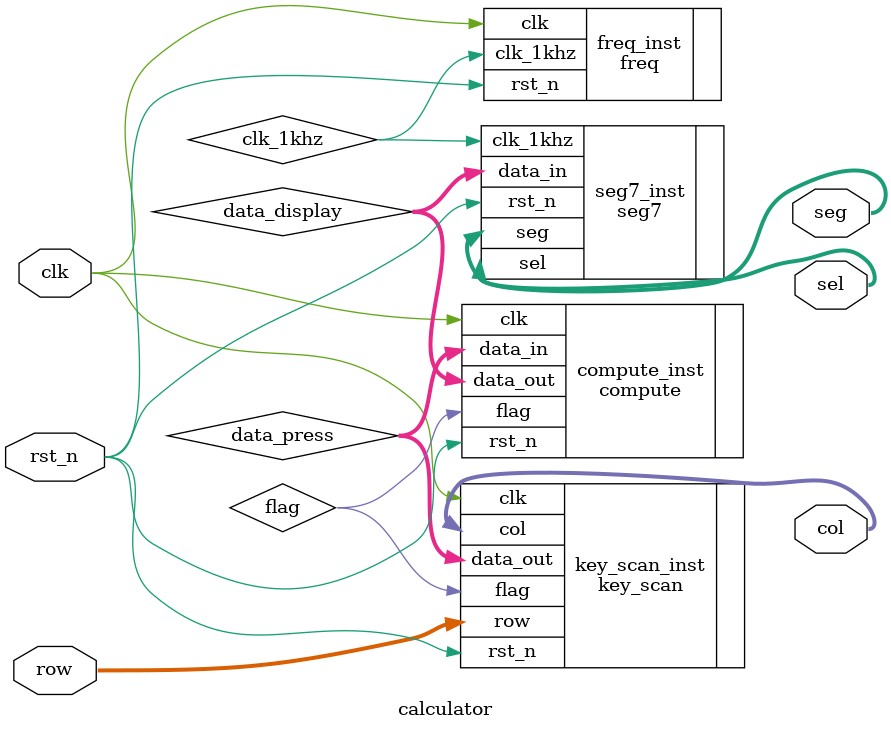
<source format=v>
module calculator(clk, rst_n, row, col, sel, seg);
	
	input clk;
	input rst_n;
	input [3:0] row;
	
	output [3:0] col;
	output [2:0] sel;
	output [7:0] seg;

	wire clk_1khz;
	wire flag;
	wire [23:0] data_press;
	wire [23:0] data_display;
	
	freq /*#(.cnt_num(4))*/ freq_inst(
		.clk(clk),
		.rst_n(rst_n),
		.clk_1khz(clk_1khz)
	);
	
	key_scan key_scan_inst(
		.clk(clk),
		.rst_n(rst_n),
		.row(row),
		.col(col),
		.flag(flag),
		.data_out(data_press)
	);
	
	
	compute compute_inst(
		.clk(clk),
		.rst_n(rst_n),
		.data_in(data_press),
		.flag(flag),
		.data_out(data_display)
	);
	
	seg7 seg7_inst(
		.clk_1khz(clk_1khz),
		.rst_n(rst_n),
		.data_in(data_display),
		.sel(sel),
		.seg(seg)
	);

endmodule 
</source>
